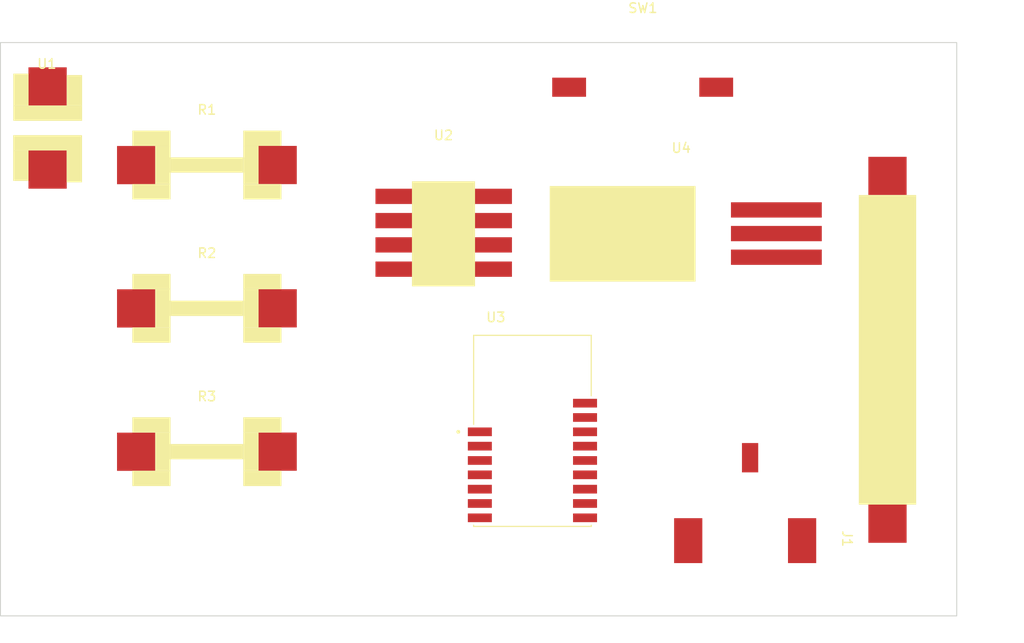
<source format=kicad_pcb>
(kicad_pcb (version 20211014) (generator pcbnew)
  (layers (0 "F.Cu" signal) (31 "B.Cu" signal) (34 "B.Paste" user) (35 "F.Paste" user) (36 "B.SilkS" user "B.Silkscreen") (37 "F.SilkS" user "F.Silkscreen") (38 "B.Mask" user) (39 "F.Mask" user) (44 "Edge.Cuts" user))
  (net 0 "")
  (net 1 "Net-(R1-Pad1)")
  (net 2 "Net-(R2-Pad1)")
  (net 5 "Net-(BT1-Pad1)")
  (net 7 "Net-(U2-Pad6)")
  (net 8 "Net-(BT1-Pad2)")
  (net 9 "Net-(R1-Pad2)")
  (net 23 "Net-(U3-Pad7)")
  (footprint "4DPrinting:TPU" (layer "F.Cu") (at 129.792 79.7968)
    (fp_text reference "R3" (at 0 -5.78 unlocked) (layer "F.SilkS"))
    (fp_text value "TPU")
    (fp_line (start -4.6 2) (end -7.8 2) (layer "B.SilkS") (width 0.0001))
    (fp_line (start -3.8 3.6) (end -7.8 3.6) (layer "B.SilkS") (width 0.0001))
    (fp_line (start -3.8 3.6) (end -3.8 0.4) (layer "B.SilkS") (width 0.0001))
    (fp_line (start 4.6 -2) (end 7.8 -2) (layer "B.SilkS") (width 0.0001))
    (fp_line (start 3.8 -3.6) (end 3.8 -0.4) (layer "B.SilkS") (width 0.0001))
    (fp_line (start 3.8 -3.6) (end 7.8 -3.6) (layer "B.SilkS") (width 0.0001))
    (fp_line (start -7.8 2) (end -7.8 3.6) (layer "B.SilkS") (width 0.0001))
    (fp_line (start 7.8 -2) (end 7.8 -3.6) (layer "B.SilkS") (width 0.0001))
    (fp_line (start 4.6 2) (end 7.8 2) (layer "F.SilkS") (width 0.0001))
    (fp_line (start -3.8 -3.6) (end -3.8 -0.4) (layer "F.SilkS") (width 0.0001))
    (fp_line (start 4.6 -2) (end 4.6 2) (layer "F.SilkS") (width 0.0001))
    (fp_line (start 3.8 3.6) (end 7.8 3.6) (layer "F.SilkS") (width 0.0001))
    (fp_line (start -4.6 -2) (end -4.6 2) (layer "F.SilkS") (width 0.0001))
    (fp_line (start -4.6 -2) (end -7.8 -2) (layer "F.SilkS") (width 0.0001))
    (fp_line (start -3.8 -0.4) (end 3.8 -0.4) (layer "F.SilkS") (width 0.0001))
    (fp_line (start 7.8 2) (end 7.8 3.6) (layer "F.SilkS") (width 0.0001))
    (fp_line (start -3.8 -3.6) (end -7.8 -3.6) (layer "F.SilkS") (width 0.0001))
    (fp_line (start -7.8 -2) (end -7.8 -3.6) (layer "F.SilkS") (width 0.0001))
    (fp_line (start -3.8 0.4) (end 3.8 0.4) (layer "F.SilkS") (width 0.0001))
    (fp_line (start 3.8 3.6) (end 3.8 0.4) (layer "F.SilkS") (width 0.0001))
    (fp_rect (start 3.8 -2) (end 5.4 2) (layer "F.SilkS") (width 0.0001) (fill solid))
    (fp_rect (start -7.8 2) (end -3.8 3.6) (layer "F.SilkS") (width 0.0001) (fill solid))
    (fp_rect (start -7.8 -3.6) (end -3.8 -2) (layer "F.SilkS") (width 0.0001) (fill solid))
    (fp_rect (start 3.8 2) (end 7.8 3.6) (layer "F.SilkS") (width 0.0001) (fill solid))
    (fp_rect (start 3.8 -3.6) (end 7.8 -2) (layer "F.SilkS") (width 0.0001) (fill solid))
    (fp_rect (start -3.8 -0.8) (end 3.8 0.8) (layer "F.SilkS") (width 0.0001) (fill solid))
    (fp_rect (start -5.4 -2) (end -3.8 2) (layer "F.SilkS") (width 0.0001) (fill solid))
    (pad "1" smd rect (at -7.4 0.01) (size 4 4) (layers "F.Cu" "F.Paste" "F.Mask") (net 2 "Net-(R2-Pad1)"))
    (pad "2" smd rect (at 7.4 0) (size 4 4) (layers "F.Cu" "F.Paste" "F.Mask") (net 8 "Net-(BT1-Pad2)"))
  )
  (footprint "4DPrinting:voltage_regulator" (layer "F.Cu") (at 179.3748 57.0484)
    (fp_text reference "U4" (at 0.02 -9.03 unlocked) (layer "F.SilkS"))
    (fp_text value "LD1117V33")
    (fp_rect (start -13.73 -5.05) (end 1.52 4.95) (layer "F.SilkS") (width 0.0001) (fill solid))
    (pad "1" smd rect (at 9.97 2.4) (size 9.5 1.6) (layers "F.Cu" "F.Paste" "F.Mask") (net 8 "Net-(BT1-Pad2)"))
    (pad "2" smd rect (at 9.97 -0.075) (size 9.5 1.6) (layers "F.Cu" "F.Paste" "F.Mask") (net 23 "Net-(U3-Pad7)"))
    (pad "3" smd rect (at 9.97 -2.55) (size 9.5 1.6) (layers "F.Cu" "F.Paste" "F.Mask") (net 9 "Net-(R1-Pad2)"))
  )
  (footprint "4DPrinting:Battery" (layer "F.Cu") (at 200.9648 69.1388 180)
    (fp_text reference "BT1" (at -0.08 -5.9 180 unlocked) (layer "F.SilkS"))
    (fp_text value "Battery")
    (fp_rect (start -3 -16.2) (end 3 16.2) (layer "F.SilkS") (width 0.001) (fill solid))
    (pad "1" smd rect (at 0 18.2 180) (size 4 4) (layers "F.Cu" "F.Paste" "F.Mask") (net 5 "Net-(BT1-Pad1)"))
    (pad "2" smd rect (at 0 -18.2 180) (size 4 4) (layers "F.Cu" "F.Paste" "F.Mask") (net 8 "Net-(BT1-Pad2)"))
  )
  (footprint "4DPrinting:wave_gen" (layer "F.Cu") (at 113.1316 45.9232)
    (fp_text reference "U1" (at -0.08 -6.71 unlocked) (layer "F.SilkS"))
    (fp_text value "Wave Gen")
    (fp_rect (start -3.59 -2.34) (end -1.99 -5.69) (layer "F.SilkS") (width 0.0001) (fill solid))
    (fp_rect (start -3.6 0.75) (end 3.6 2.35) (layer "F.SilkS") (width 0.0001) (fill solid))
    (fp_rect (start 2.01 -2.35) (end 3.61 -5.54) (layer "F.SilkS") (width 0.0001) (fill solid))
    (fp_rect (start 3.61 -0.75) (end -3.59 -2.35) (layer "F.SilkS") (width 0.0001) (fill solid))
    (fp_rect (start -2 2.35) (end -3.6 5.54) (layer "F.SilkS") (width 0.0001) (fill solid))
    (fp_rect (start 3.6 2.34) (end 2 5.69) (layer "F.SilkS") (width 0.0001) (fill solid))
    (pad "1" smd rect (at 0 4.35) (size 4 4) (layers "F.Cu" "F.Paste" "F.Mask") (net 8 "Net-(BT1-Pad2)"))
    (pad "2" smd rect (at 0 -4.35 180) (size 4 4) (layers "F.Cu" "F.Paste" "F.Mask") (net 1 "Net-(R1-Pad1)"))
  )
  (footprint "4DPrinting:charge_port" (layer "F.Cu") (at 186.0854 88.96 -90)
    (fp_text reference "J1" (at -0.04 -10.66 -90 unlocked) (layer "F.SilkS"))
    (fp_text value "Barrel_Jack_Switch")
    (fp_rect (start -7 -4.48) (end 7 4.48) (layer "F.SilkS") (width 0.0001) (fill none))
    (pad "1" smd rect (at 0.15 5.96 90) (size 4.7 2.95) (layers "F.Cu" "F.Paste" "F.Mask") (net 5 "Net-(BT1-Pad1)"))
    (pad "2" smd rect (at 0.15 -5.95 90) (size 4.7 2.95) (layers "F.Cu" "F.Paste" "F.Mask") (net 8 "Net-(BT1-Pad2)"))
    (pad "3" smd rect (at -8.53 -0.51 90) (size 3.07 1.7) (layers "F.Cu" "F.Paste" "F.Mask") (net 8 "Net-(BT1-Pad2)"))
  )
  (footprint "4DPrinting:custom_lf356" (layer "F.Cu") (at 154.5336 56.9976)
    (fp_text reference "U2" (at 0 -10.31 unlocked) (layer "F.SilkS"))
    (fp_text value "LF356")
    (fp_rect (start -3.3 -5.5) (end 3.3 5.5) (layer "F.SilkS") (width 0.0001) (fill solid))
    (pad "1" smd rect (at -5.1775 -3.92) (size 3.875 1.6) (layers "F.Cu" "F.Paste" "F.Mask"))
    (pad "2" smd rect (at -5.1775 -1.38) (size 3.875 1.6) (layers "F.Cu" "F.Paste" "F.Mask") (net 1 "Net-(R1-Pad1)"))
    (pad "3" smd rect (at -5.1775 1.16) (size 3.875 1.6) (layers "F.Cu" "F.Paste" "F.Mask") (net 2 "Net-(R2-Pad1)"))
    (pad "4" smd rect (at -5.1775 3.7) (size 3.875 1.6) (layers "F.Cu" "F.Paste" "F.Mask") (net 8 "Net-(BT1-Pad2)"))
    (pad "5" smd rect (at 5.22 3.7) (size 3.875 1.6) (layers "F.Cu" "F.Paste" "F.Mask"))
    (pad "6" smd rect (at 5.22 1.16) (size 3.875 1.6) (layers "F.Cu" "F.Paste" "F.Mask") (net 7 "Net-(U2-Pad6)"))
    (pad "7" smd rect (at 5.22 -1.38) (size 3.875 1.6) (layers "F.Cu" "F.Paste" "F.Mask") (net 9 "Net-(R1-Pad2)"))
    (pad "8" smd rect (at 5.22 -3.92) (size 3.875 1.6) (layers "F.Cu" "F.Paste" "F.Mask"))
  )
  (footprint "4DPrinting:TPU" (layer "F.Cu") (at 129.792 49.7968)
    (fp_text reference "R1" (at 0 -5.78 unlocked) (layer "F.SilkS"))
    (fp_text value "TPU")
    (fp_line (start -7.8 2) (end -7.8 3.6) (layer "B.SilkS") (width 0.0001))
    (fp_line (start -4.6 2) (end -7.8 2) (layer "B.SilkS") (width 0.0001))
    (fp_line (start -3.8 3.6) (end -3.8 0.4) (layer "B.SilkS") (width 0.0001))
    (fp_line (start 4.6 -2) (end 7.8 -2) (layer "B.SilkS") (width 0.0001))
    (fp_line (start -3.8 3.6) (end -7.8 3.6) (layer "B.SilkS") (width 0.0001))
    (fp_line (start 7.8 -2) (end 7.8 -3.6) (layer "B.SilkS") (width 0.0001))
    (fp_line (start 3.8 -3.6) (end 7.8 -3.6) (layer "B.SilkS") (width 0.0001))
    (fp_line (start 3.8 -3.6) (end 3.8 -0.4) (layer "B.SilkS") (width 0.0001))
    (fp_line (start 3.8 3.6) (end 7.8 3.6) (layer "F.SilkS") (width 0.0001))
    (fp_line (start -3.8 0.4) (end 3.8 0.4) (layer "F.SilkS") (width 0.0001))
    (fp_line (start 4.6 -2) (end 4.6 2) (layer "F.SilkS") (width 0.0001))
    (fp_line (start 7.8 2) (end 7.8 3.6) (layer "F.SilkS") (width 0.0001))
    (fp_line (start -4.6 -2) (end -7.8 -2) (layer "F.SilkS") (width 0.0001))
    (fp_line (start -3.8 -0.4) (end 3.8 -0.4) (layer "F.SilkS") (width 0.0001))
    (fp_line (start 3.8 3.6) (end 3.8 0.4) (layer "F.SilkS") (width 0.0001))
    (fp_line (start -3.8 -3.6) (end -3.8 -0.4) (layer "F.SilkS") (width 0.0001))
    (fp_line (start 4.6 2) (end 7.8 2) (layer "F.SilkS") (width 0.0001))
    (fp_line (start -7.8 -2) (end -7.8 -3.6) (layer "F.SilkS") (width 0.0001))
    (fp_line (start -4.6 -2) (end -4.6 2) (layer "F.SilkS") (width 0.0001))
    (fp_line (start -3.8 -3.6) (end -7.8 -3.6) (layer "F.SilkS") (width 0.0001))
    (fp_rect (start 3.8 2) (end 7.8 3.6) (layer "F.SilkS") (width 0.0001) (fill solid))
    (fp_rect (start -5.4 -2) (end -3.8 2) (layer "F.SilkS") (width 0.0001) (fill solid))
    (fp_rect (start 3.8 -2) (end 5.4 2) (layer "F.SilkS") (width 0.0001) (fill solid))
    (fp_rect (start -7.8 -3.6) (end -3.8 -2) (layer "F.SilkS") (width 0.0001) (fill solid))
    (fp_rect (start 3.8 -3.6) (end 7.8 -2) (layer "F.SilkS") (width 0.0001) (fill solid))
    (fp_rect (start -3.8 -0.8) (end 3.8 0.8) (layer "F.SilkS") (width 0.0001) (fill solid))
    (fp_rect (start -7.8 2) (end -3.8 3.6) (layer "F.SilkS") (width 0.0001) (fill solid))
    (pad "1" smd rect (at -7.4 0.01) (size 4 4) (layers "F.Cu" "F.Paste" "F.Mask") (net 1 "Net-(R1-Pad1)"))
    (pad "2" smd rect (at 7.4 0) (size 4 4) (layers "F.Cu" "F.Paste" "F.Mask") (net 9 "Net-(R1-Pad2)"))
  )
  (footprint "4DPrinting:switch" (layer "F.Cu") (at 175.3616 41.656)
    (fp_text reference "SW1" (at 0.02 -8.28 unlocked) (layer "F.SilkS"))
    (fp_text value "SW_Push")
    (fp_rect (start -5.95 4.1) (end 5.95 -4.1) (layer "F.SilkS") (width 0.001) (fill none))
    (pad "1" smd rect (at -7.69 0) (size 3.54 2) (layers "F.Cu" "F.Paste" "F.Mask") (net 9 "Net-(R1-Pad2)"))
    (pad "2" smd rect (at 7.69 0) (size 3.54 2) (layers "F.Cu" "F.Paste" "F.Mask") (net 5 "Net-(BT1-Pad1)"))
  )
  (footprint "4DPrinting:TPU" (layer "F.Cu") (at 129.792 64.7968)
    (fp_text reference "R2" (at 0 -5.78 unlocked) (layer "F.SilkS"))
    (fp_text value "TPU")
    (fp_line (start 3.8 -3.6) (end 7.8 -3.6) (layer "B.SilkS") (width 0.0001))
    (fp_line (start -7.8 2) (end -7.8 3.6) (layer "B.SilkS") (width 0.0001))
    (fp_line (start 4.6 -2) (end 7.8 -2) (layer "B.SilkS") (width 0.0001))
    (fp_line (start -4.6 2) (end -7.8 2) (layer "B.SilkS") (width 0.0001))
    (fp_line (start -3.8 3.6) (end -3.8 0.4) (layer "B.SilkS") (width 0.0001))
    (fp_line (start 3.8 -3.6) (end 3.8 -0.4) (layer "B.SilkS") (width 0.0001))
    (fp_line (start -3.8 3.6) (end -7.8 3.6) (layer "B.SilkS") (width 0.0001))
    (fp_line (start 7.8 -2) (end 7.8 -3.6) (layer "B.SilkS") (width 0.0001))
    (fp_line (start 7.8 2) (end 7.8 3.6) (layer "F.SilkS") (width 0.0001))
    (fp_line (start 3.8 3.6) (end 3.8 0.4) (layer "F.SilkS") (width 0.0001))
    (fp_line (start 4.6 2) (end 7.8 2) (layer "F.SilkS") (width 0.0001))
    (fp_line (start -3.8 -3.6) (end -3.8 -0.4) (layer "F.SilkS") (width 0.0001))
    (fp_line (start -7.8 -2) (end -7.8 -3.6) (layer "F.SilkS") (width 0.0001))
    (fp_line (start 3.8 3.6) (end 7.8 3.6) (layer "F.SilkS") (width 0.0001))
    (fp_line (start -3.8 0.4) (end 3.8 0.4) (layer "F.SilkS") (width 0.0001))
    (fp_line (start 4.6 -2) (end 4.6 2) (layer "F.SilkS") (width 0.0001))
    (fp_line (start -3.8 -3.6) (end -7.8 -3.6) (layer "F.SilkS") (width 0.0001))
    (fp_line (start -4.6 -2) (end -7.8 -2) (layer "F.SilkS") (width 0.0001))
    (fp_line (start -4.6 -2) (end -4.6 2) (layer "F.SilkS") (width 0.0001))
    (fp_line (start -3.8 -0.4) (end 3.8 -0.4) (layer "F.SilkS") (width 0.0001))
    (fp_rect (start -7.8 2) (end -3.8 3.6) (layer "F.SilkS") (width 0.0001) (fill solid))
    (fp_rect (start -7.8 -3.6) (end -3.8 -2) (layer "F.SilkS") (width 0.0001) (fill solid))
    (fp_rect (start -3.8 -0.8) (end 3.8 0.8) (layer "F.SilkS") (width 0.0001) (fill solid))
    (fp_rect (start 3.8 -3.6) (end 7.8 -2) (layer "F.SilkS") (width 0.0001) (fill solid))
    (fp_rect (start 3.8 -2) (end 5.4 2) (layer "F.SilkS") (width 0.0001) (fill solid))
    (fp_rect (start 3.8 2) (end 7.8 3.6) (layer "F.SilkS") (width 0.0001) (fill solid))
    (fp_rect (start -5.4 -2) (end -3.8 2) (layer "F.SilkS") (width 0.0001) (fill solid))
    (pad "1" smd rect (at -7.4 0.01) (size 4 4) (layers "F.Cu" "F.Paste" "F.Mask") (net 2 "Net-(R2-Pad1)"))
    (pad "2" smd rect (at 7.4 0) (size 4 4) (layers "F.Cu" "F.Paste" "F.Mask") (net 9 "Net-(R1-Pad2)"))
  )
  (footprint "4DPrinting:MODULE_ESP-M2" (layer "F.Cu") (at 163.8353 77.6224)
    (fp_text reference "U3" (at -3.83 -11.885) (layer "F.SilkS"))
    (fp_text value "ESP-M2")
    (fp_line (start 6.15 -10) (end -6.15 -10) (layer "F.SilkS") (width 0.127))
    (fp_line (start -6.15 10) (end -6.15 9.875) (layer "F.SilkS") (width 0.127))
    (fp_line (start -6.15 10) (end 6.15 10) (layer "F.SilkS") (width 0.127))
    (fp_line (start 6.15 -3.675) (end 6.15 -10) (layer "F.SilkS") (width 0.127))
    (fp_line (start -6.15 -10) (end -6.15 -0.675) (layer "F.SilkS") (width 0.127))
    (fp_line (start 6.15 10) (end 6.15 9.875) (layer "F.SilkS") (width 0.127))
    (fp_circle (center -7.755 0.1) (end -7.655 0.1) (layer "F.SilkS") (width 0.2) (fill none))
    (pad "1" smd rect (at -5.5 0.1) (size 2.51 0.91) (layers "F.Cu" "F.Paste" "F.Mask") (net 7 "Net-(U2-Pad6)"))
    (pad "2" smd rect (at -5.5 1.6) (size 2.51 0.91) (layers "F.Cu" "F.Paste" "F.Mask"))
    (pad "3" smd rect (at -5.5 3.1) (size 2.51 0.91) (layers "F.Cu" "F.Paste" "F.Mask"))
    (pad "4" smd rect (at -5.5 4.6) (size 2.51 0.91) (layers "F.Cu" "F.Paste" "F.Mask"))
    (pad "5" smd rect (at -5.5 6.1) (size 2.51 0.91) (layers "F.Cu" "F.Paste" "F.Mask"))
    (pad "6" smd rect (at -5.5 7.6) (size 2.51 0.91) (layers "F.Cu" "F.Paste" "F.Mask"))
    (pad "7" smd rect (at -5.5 9.1) (size 2.51 0.91) (layers "F.Cu" "F.Paste" "F.Mask") (net 23 "Net-(U3-Pad7)"))
    (pad "8" smd rect (at 5.5 9.1) (size 2.51 0.91) (layers "F.Cu" "F.Paste" "F.Mask") (net 8 "Net-(BT1-Pad2)"))
    (pad "9" smd rect (at 5.5 7.6) (size 2.51 0.91) (layers "F.Cu" "F.Paste" "F.Mask"))
    (pad "10" smd rect (at 5.5 6.1) (size 2.51 0.91) (layers "F.Cu" "F.Paste" "F.Mask"))
    (pad "11" smd rect (at 5.5 4.6) (size 2.51 0.91) (layers "F.Cu" "F.Paste" "F.Mask"))
    (pad "12" smd rect (at 5.5 3.1) (size 2.51 0.91) (layers "F.Cu" "F.Paste" "F.Mask"))
    (pad "13" smd rect (at 5.5 1.6) (size 2.51 0.91) (layers "F.Cu" "F.Paste" "F.Mask"))
    (pad "14" smd rect (at 5.5 0.1) (size 2.51 0.91) (layers "F.Cu" "F.Paste" "F.Mask"))
    (pad "15" smd rect (at 5.5 -1.4) (size 2.51 0.91) (layers "F.Cu" "F.Paste" "F.Mask"))
    (pad "16" smd rect (at 5.5 -2.9) (size 2.51 0.91) (layers "F.Cu" "F.Paste" "F.Mask"))
  )
  (gr_rect (start 108.204 36.9824) (end 208.204 96.9824) (layer "Edge.Cuts") (width 0.1) (fill none))
)
</source>
